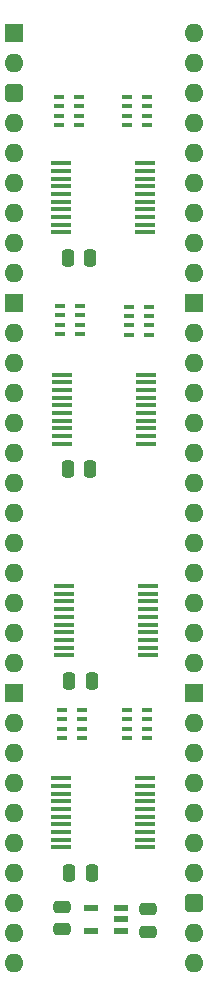
<source format=gbr>
%TF.GenerationSoftware,KiCad,Pcbnew,7.0.5*%
%TF.CreationDate,2024-01-10T18:20:37+02:00*%
%TF.ProjectId,Device Buffer,44657669-6365-4204-9275-666665722e6b,rev?*%
%TF.SameCoordinates,Original*%
%TF.FileFunction,Soldermask,Top*%
%TF.FilePolarity,Negative*%
%FSLAX46Y46*%
G04 Gerber Fmt 4.6, Leading zero omitted, Abs format (unit mm)*
G04 Created by KiCad (PCBNEW 7.0.5) date 2024-01-10 18:20:37*
%MOMM*%
%LPD*%
G01*
G04 APERTURE LIST*
G04 Aperture macros list*
%AMRoundRect*
0 Rectangle with rounded corners*
0 $1 Rounding radius*
0 $2 $3 $4 $5 $6 $7 $8 $9 X,Y pos of 4 corners*
0 Add a 4 corners polygon primitive as box body*
4,1,4,$2,$3,$4,$5,$6,$7,$8,$9,$2,$3,0*
0 Add four circle primitives for the rounded corners*
1,1,$1+$1,$2,$3*
1,1,$1+$1,$4,$5*
1,1,$1+$1,$6,$7*
1,1,$1+$1,$8,$9*
0 Add four rect primitives between the rounded corners*
20,1,$1+$1,$2,$3,$4,$5,0*
20,1,$1+$1,$4,$5,$6,$7,0*
20,1,$1+$1,$6,$7,$8,$9,0*
20,1,$1+$1,$8,$9,$2,$3,0*%
G04 Aperture macros list end*
%ADD10R,1.150000X0.600000*%
%ADD11R,1.800000X0.450000*%
%ADD12RoundRect,0.250000X0.475000X-0.250000X0.475000X0.250000X-0.475000X0.250000X-0.475000X-0.250000X0*%
%ADD13RoundRect,0.250000X-0.250000X-0.475000X0.250000X-0.475000X0.250000X0.475000X-0.250000X0.475000X0*%
%ADD14R,0.900000X0.450000*%
%ADD15R,1.600000X1.600000*%
%ADD16O,1.600000X1.600000*%
%ADD17RoundRect,0.400000X-0.400000X-0.400000X0.400000X-0.400000X0.400000X0.400000X-0.400000X0.400000X0*%
%ADD18RoundRect,0.250000X-0.475000X0.250000X-0.475000X-0.250000X0.475000X-0.250000X0.475000X0.250000X0*%
G04 APERTURE END LIST*
D10*
%TO.C,IC5*%
X97947000Y-134427000D03*
X97947000Y-133477000D03*
X97947000Y-132527000D03*
X95347000Y-132527000D03*
X95347000Y-134427000D03*
%TD*%
D11*
%TO.C,IC4*%
X99943000Y-127385000D03*
X99943000Y-126735000D03*
X99943000Y-126085000D03*
X99943000Y-125435000D03*
X99943000Y-124785000D03*
X99943000Y-124135000D03*
X99943000Y-123485000D03*
X99943000Y-122835000D03*
X99943000Y-122185000D03*
X99943000Y-121535000D03*
X92843000Y-121535000D03*
X92843000Y-122185000D03*
X92843000Y-122835000D03*
X92843000Y-123485000D03*
X92843000Y-124135000D03*
X92843000Y-124785000D03*
X92843000Y-125435000D03*
X92843000Y-126085000D03*
X92843000Y-126735000D03*
X92843000Y-127385000D03*
%TD*%
%TO.C,IC3*%
X100203000Y-111118000D03*
X100203000Y-110468000D03*
X100203000Y-109818000D03*
X100203000Y-109168000D03*
X100203000Y-108518000D03*
X100203000Y-107868000D03*
X100203000Y-107218000D03*
X100203000Y-106568000D03*
X100203000Y-105918000D03*
X100203000Y-105268000D03*
X93103000Y-105268000D03*
X93103000Y-105918000D03*
X93103000Y-106568000D03*
X93103000Y-107218000D03*
X93103000Y-107868000D03*
X93103000Y-108518000D03*
X93103000Y-109168000D03*
X93103000Y-109818000D03*
X93103000Y-110468000D03*
X93103000Y-111118000D03*
%TD*%
%TO.C,IC2*%
X100070000Y-93211000D03*
X100070000Y-92561000D03*
X100070000Y-91911000D03*
X100070000Y-91261000D03*
X100070000Y-90611000D03*
X100070000Y-89961000D03*
X100070000Y-89311000D03*
X100070000Y-88661000D03*
X100070000Y-88011000D03*
X100070000Y-87361000D03*
X92970000Y-87361000D03*
X92970000Y-88011000D03*
X92970000Y-88661000D03*
X92970000Y-89311000D03*
X92970000Y-89961000D03*
X92970000Y-90611000D03*
X92970000Y-91261000D03*
X92970000Y-91911000D03*
X92970000Y-92561000D03*
X92970000Y-93211000D03*
%TD*%
%TO.C,IC1*%
X99943000Y-75315000D03*
X99943000Y-74665000D03*
X99943000Y-74015000D03*
X99943000Y-73365000D03*
X99943000Y-72715000D03*
X99943000Y-72065000D03*
X99943000Y-71415000D03*
X99943000Y-70765000D03*
X99943000Y-70115000D03*
X99943000Y-69465000D03*
X92843000Y-69465000D03*
X92843000Y-70115000D03*
X92843000Y-70765000D03*
X92843000Y-71415000D03*
X92843000Y-72065000D03*
X92843000Y-72715000D03*
X92843000Y-73365000D03*
X92843000Y-74015000D03*
X92843000Y-74665000D03*
X92843000Y-75315000D03*
%TD*%
D12*
%TO.C,C8*%
X100203000Y-134538000D03*
X100203000Y-132638000D03*
%TD*%
D13*
%TO.C,C4*%
X93559999Y-129529000D03*
X95459999Y-129529000D03*
%TD*%
D14*
%TO.C,RN2*%
X94351000Y-66224000D03*
X94351000Y-65424000D03*
X94351000Y-64624000D03*
X94351000Y-63824000D03*
X92651000Y-63824000D03*
X92651000Y-64624000D03*
X92651000Y-65424000D03*
X92651000Y-66224000D03*
%TD*%
%TO.C,RN1*%
X98435000Y-63824000D03*
X98435000Y-64624000D03*
X98435000Y-65424000D03*
X98435000Y-66224000D03*
X100135000Y-66224000D03*
X100135000Y-65424000D03*
X100135000Y-64624000D03*
X100135000Y-63824000D03*
%TD*%
D15*
%TO.C,J2*%
X88900000Y-58420000D03*
D16*
X88900000Y-60960000D03*
D17*
X88900000Y-63500000D03*
D16*
X88900000Y-66040000D03*
X88900000Y-68580000D03*
X88900000Y-71120000D03*
X88900000Y-73660000D03*
X88900000Y-76200000D03*
X88900000Y-78740000D03*
D15*
X88900000Y-81280000D03*
D16*
X88900000Y-83820000D03*
X88900000Y-86360000D03*
X88900000Y-88900000D03*
X88900000Y-91440000D03*
X88900000Y-93980000D03*
X88900000Y-96520000D03*
X88900000Y-99060000D03*
X88900000Y-101600000D03*
X88900000Y-104140000D03*
X88900000Y-106680000D03*
X88900000Y-109220000D03*
X88900000Y-111760000D03*
D15*
X88900000Y-114300000D03*
D16*
X88900000Y-116840000D03*
X88900000Y-119380000D03*
X88900000Y-121920000D03*
X88900000Y-124460000D03*
X88900000Y-127000000D03*
X88900000Y-129540000D03*
X88900000Y-132080000D03*
X88900000Y-134620000D03*
X88900000Y-137160000D03*
X104140000Y-137160000D03*
X104140000Y-134620000D03*
D17*
X104140000Y-132080000D03*
D16*
X104140000Y-129540000D03*
X104140000Y-127000000D03*
X104140000Y-124460000D03*
X104140000Y-121920000D03*
X104140000Y-119380000D03*
X104140000Y-116840000D03*
D15*
X104140000Y-114300000D03*
D16*
X104140000Y-111760000D03*
X104140000Y-109220000D03*
X104140000Y-106680000D03*
X104140000Y-104140000D03*
X104140000Y-101600000D03*
X104140000Y-99060000D03*
X104140000Y-96520000D03*
X104140000Y-93980000D03*
X104140000Y-91440000D03*
X104140000Y-88900000D03*
X104140000Y-86360000D03*
X104140000Y-83820000D03*
D15*
X104140000Y-81280000D03*
D16*
X104140000Y-78740000D03*
X104140000Y-76200000D03*
X104140000Y-73660000D03*
X104140000Y-71120000D03*
X104140000Y-68580000D03*
X104140000Y-66040000D03*
X104140000Y-63500000D03*
X104140000Y-60960000D03*
X104140000Y-58420000D03*
%TD*%
D14*
%TO.C,RN3*%
X98568000Y-81593000D03*
X98568000Y-82393000D03*
X98568000Y-83193000D03*
X98568000Y-83993000D03*
X100268000Y-83993000D03*
X100268000Y-83193000D03*
X100268000Y-82393000D03*
X100268000Y-81593000D03*
%TD*%
D13*
%TO.C,C3*%
X93560000Y-113273001D03*
X95460000Y-113273001D03*
%TD*%
D14*
%TO.C,RN4*%
X94484000Y-83922999D03*
X94484000Y-83122999D03*
X94484000Y-82322999D03*
X94484000Y-81522999D03*
X92784000Y-81522999D03*
X92784000Y-82322999D03*
X92784000Y-83122999D03*
X92784000Y-83922999D03*
%TD*%
D18*
%TO.C,C9*%
X92964000Y-132416000D03*
X92964000Y-134316000D03*
%TD*%
D13*
%TO.C,C5*%
X93433000Y-95366000D03*
X95333000Y-95366000D03*
%TD*%
D14*
%TO.C,RN7*%
X98441000Y-115756000D03*
X98441000Y-116556000D03*
X98441000Y-117356000D03*
X98441000Y-118156000D03*
X100141000Y-118156000D03*
X100141000Y-117356000D03*
X100141000Y-116556000D03*
X100141000Y-115756000D03*
%TD*%
%TO.C,RN8*%
X94611000Y-118155999D03*
X94611000Y-117355999D03*
X94611000Y-116555999D03*
X94611000Y-115755999D03*
X92911000Y-115755999D03*
X92911000Y-116555999D03*
X92911000Y-117355999D03*
X92911000Y-118155999D03*
%TD*%
D13*
%TO.C,C1*%
X93427000Y-77470000D03*
X95327000Y-77470000D03*
%TD*%
M02*

</source>
